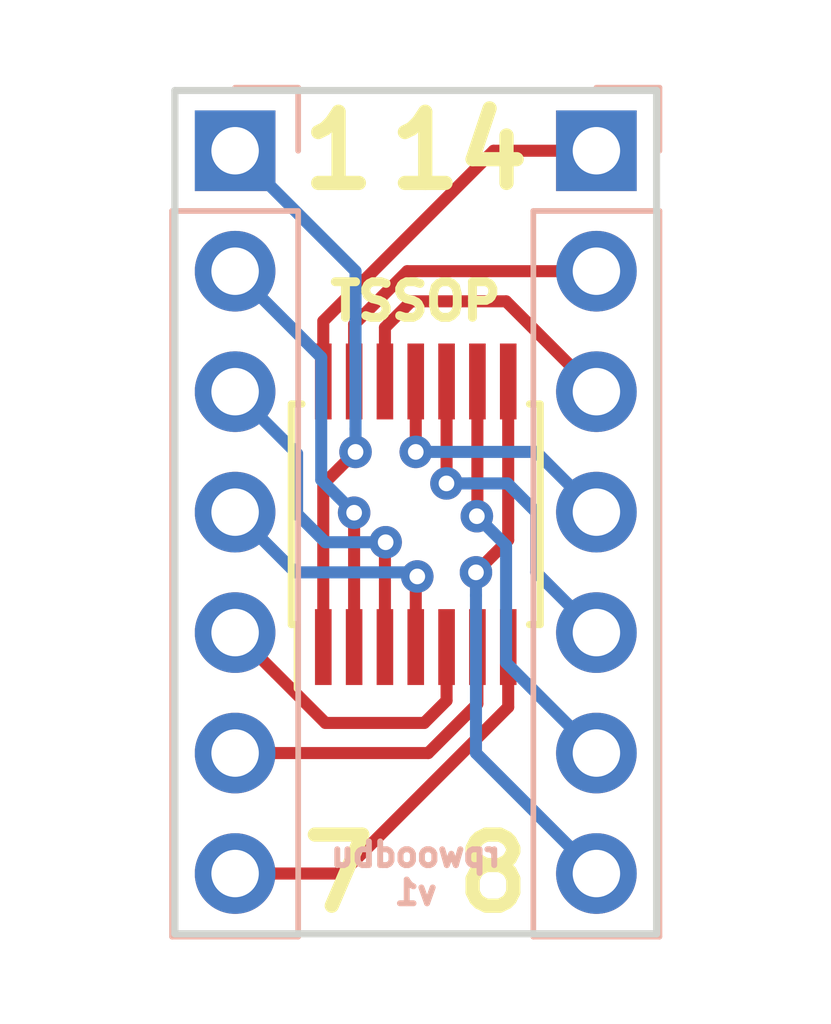
<source format=kicad_pcb>
(kicad_pcb (version 4) (host pcbnew 4.0.6-e0-6349~53~ubuntu14.04.1)

  (general
    (links 14)
    (no_connects 0)
    (area 148.514999 100.254999 158.825001 118.185001)
    (thickness 1.6)
    (drawings 9)
    (tracks 75)
    (zones 0)
    (modules 3)
    (nets 15)
  )

  (page A4)
  (layers
    (0 F.Cu signal)
    (31 B.Cu signal)
    (32 B.Adhes user)
    (33 F.Adhes user)
    (34 B.Paste user)
    (35 F.Paste user)
    (36 B.SilkS user)
    (37 F.SilkS user)
    (38 B.Mask user)
    (39 F.Mask user)
    (40 Dwgs.User user)
    (41 Cmts.User user)
    (42 Eco1.User user)
    (43 Eco2.User user)
    (44 Edge.Cuts user)
    (45 Margin user)
    (46 B.CrtYd user)
    (47 F.CrtYd user)
    (48 B.Fab user)
    (49 F.Fab user)
  )

  (setup
    (last_trace_width 0.254)
    (trace_clearance 0.1524)
    (zone_clearance 0.508)
    (zone_45_only no)
    (trace_min 0.1524)
    (segment_width 0.2)
    (edge_width 0.15)
    (via_size 0.6858)
    (via_drill 0.3302)
    (via_min_size 0.6858)
    (via_min_drill 0.3302)
    (uvia_size 0.762)
    (uvia_drill 0.508)
    (uvias_allowed no)
    (uvia_min_size 0)
    (uvia_min_drill 0)
    (pcb_text_width 0.3)
    (pcb_text_size 1.5 1.5)
    (mod_edge_width 0.15)
    (mod_text_size 1 1)
    (mod_text_width 0.15)
    (pad_size 1.524 1.524)
    (pad_drill 0.762)
    (pad_to_mask_clearance 0.2)
    (aux_axis_origin 0 0)
    (visible_elements FFFFFF7F)
    (pcbplotparams
      (layerselection 0x00030_80000001)
      (usegerberextensions false)
      (excludeedgelayer true)
      (linewidth 0.100000)
      (plotframeref false)
      (viasonmask false)
      (mode 1)
      (useauxorigin false)
      (hpglpennumber 1)
      (hpglpenspeed 20)
      (hpglpendiameter 15)
      (hpglpenoverlay 2)
      (psnegative false)
      (psa4output false)
      (plotreference true)
      (plotvalue true)
      (plotinvisibletext false)
      (padsonsilk false)
      (subtractmaskfromsilk false)
      (outputformat 1)
      (mirror false)
      (drillshape 1)
      (scaleselection 1)
      (outputdirectory ""))
  )

  (net 0 "")
  (net 1 "Net-(J1-Pad1)")
  (net 2 "Net-(J1-Pad2)")
  (net 3 "Net-(J1-Pad3)")
  (net 4 "Net-(J1-Pad4)")
  (net 5 "Net-(J1-Pad5)")
  (net 6 "Net-(J1-Pad6)")
  (net 7 "Net-(J1-Pad7)")
  (net 8 "Net-(J2-Pad1)")
  (net 9 "Net-(J2-Pad2)")
  (net 10 "Net-(J2-Pad3)")
  (net 11 "Net-(J2-Pad4)")
  (net 12 "Net-(J2-Pad5)")
  (net 13 "Net-(J2-Pad6)")
  (net 14 "Net-(J2-Pad7)")

  (net_class Default "This is the default net class."
    (clearance 0.1524)
    (trace_width 0.254)
    (via_dia 0.6858)
    (via_drill 0.3302)
    (uvia_dia 0.762)
    (uvia_drill 0.508)
    (add_net "Net-(J1-Pad1)")
    (add_net "Net-(J1-Pad2)")
    (add_net "Net-(J1-Pad3)")
    (add_net "Net-(J1-Pad4)")
    (add_net "Net-(J1-Pad5)")
    (add_net "Net-(J1-Pad6)")
    (add_net "Net-(J1-Pad7)")
    (add_net "Net-(J2-Pad1)")
    (add_net "Net-(J2-Pad2)")
    (add_net "Net-(J2-Pad3)")
    (add_net "Net-(J2-Pad4)")
    (add_net "Net-(J2-Pad5)")
    (add_net "Net-(J2-Pad6)")
    (add_net "Net-(J2-Pad7)")
  )

  (module Pin_Headers:Pin_Header_Straight_1x07_Pitch2.54mm (layer B.Cu) (tedit 595B3313) (tstamp 595B1799)
    (at 149.86 101.6 180)
    (descr "Through hole straight pin header, 1x07, 2.54mm pitch, single row")
    (tags "Through hole pin header THT 1x07 2.54mm single row")
    (path /595B1679)
    (fp_text reference J1 (at 0 2.33 180) (layer B.SilkS) hide
      (effects (font (size 1 1) (thickness 0.15)) (justify mirror))
    )
    (fp_text value CONN_01X07 (at 0 -17.57 180) (layer B.Fab)
      (effects (font (size 1 1) (thickness 0.15)) (justify mirror))
    )
    (fp_line (start -1.27 1.27) (end -1.27 -16.51) (layer B.Fab) (width 0.1))
    (fp_line (start -1.27 -16.51) (end 1.27 -16.51) (layer B.Fab) (width 0.1))
    (fp_line (start 1.27 -16.51) (end 1.27 1.27) (layer B.Fab) (width 0.1))
    (fp_line (start 1.27 1.27) (end -1.27 1.27) (layer B.Fab) (width 0.1))
    (fp_line (start -1.33 -1.27) (end -1.33 -16.57) (layer B.SilkS) (width 0.12))
    (fp_line (start -1.33 -16.57) (end 1.33 -16.57) (layer B.SilkS) (width 0.12))
    (fp_line (start 1.33 -16.57) (end 1.33 -1.27) (layer B.SilkS) (width 0.12))
    (fp_line (start 1.33 -1.27) (end -1.33 -1.27) (layer B.SilkS) (width 0.12))
    (fp_line (start -1.33 0) (end -1.33 1.33) (layer B.SilkS) (width 0.12))
    (fp_line (start -1.33 1.33) (end 0 1.33) (layer B.SilkS) (width 0.12))
    (fp_line (start -1.8 1.8) (end -1.8 -17.05) (layer B.CrtYd) (width 0.05))
    (fp_line (start -1.8 -17.05) (end 1.8 -17.05) (layer B.CrtYd) (width 0.05))
    (fp_line (start 1.8 -17.05) (end 1.8 1.8) (layer B.CrtYd) (width 0.05))
    (fp_line (start 1.8 1.8) (end -1.8 1.8) (layer B.CrtYd) (width 0.05))
    (fp_text user %R (at 0 2.33 180) (layer B.Fab)
      (effects (font (size 1 1) (thickness 0.15)) (justify mirror))
    )
    (pad 1 thru_hole rect (at 0 0 180) (size 1.7 1.7) (drill 1) (layers *.Cu *.Mask)
      (net 1 "Net-(J1-Pad1)"))
    (pad 2 thru_hole oval (at 0 -2.54 180) (size 1.7 1.7) (drill 1) (layers *.Cu *.Mask)
      (net 2 "Net-(J1-Pad2)"))
    (pad 3 thru_hole oval (at 0 -5.08 180) (size 1.7 1.7) (drill 1) (layers *.Cu *.Mask)
      (net 3 "Net-(J1-Pad3)"))
    (pad 4 thru_hole oval (at 0 -7.62 180) (size 1.7 1.7) (drill 1) (layers *.Cu *.Mask)
      (net 4 "Net-(J1-Pad4)"))
    (pad 5 thru_hole oval (at 0 -10.16 180) (size 1.7 1.7) (drill 1) (layers *.Cu *.Mask)
      (net 5 "Net-(J1-Pad5)"))
    (pad 6 thru_hole oval (at 0 -12.7 180) (size 1.7 1.7) (drill 1) (layers *.Cu *.Mask)
      (net 6 "Net-(J1-Pad6)"))
    (pad 7 thru_hole oval (at 0 -15.24 180) (size 1.7 1.7) (drill 1) (layers *.Cu *.Mask)
      (net 7 "Net-(J1-Pad7)"))
    (model ${KISYS3DMOD}/Pin_Headers.3dshapes/Pin_Header_Straight_1x07_Pitch2.54mm.wrl
      (at (xyz 0 -0.3 0))
      (scale (xyz 1 1 1))
      (rotate (xyz 0 0 90))
    )
  )

  (module Pin_Headers:Pin_Header_Straight_1x07_Pitch2.54mm (layer B.Cu) (tedit 595B3315) (tstamp 595B17B3)
    (at 157.48 101.6 180)
    (descr "Through hole straight pin header, 1x07, 2.54mm pitch, single row")
    (tags "Through hole pin header THT 1x07 2.54mm single row")
    (path /595B1704)
    (fp_text reference J2 (at 0 2.33 180) (layer B.SilkS) hide
      (effects (font (size 1 1) (thickness 0.15)) (justify mirror))
    )
    (fp_text value CONN_01X07 (at 0 -17.57 180) (layer B.Fab)
      (effects (font (size 1 1) (thickness 0.15)) (justify mirror))
    )
    (fp_line (start -1.27 1.27) (end -1.27 -16.51) (layer B.Fab) (width 0.1))
    (fp_line (start -1.27 -16.51) (end 1.27 -16.51) (layer B.Fab) (width 0.1))
    (fp_line (start 1.27 -16.51) (end 1.27 1.27) (layer B.Fab) (width 0.1))
    (fp_line (start 1.27 1.27) (end -1.27 1.27) (layer B.Fab) (width 0.1))
    (fp_line (start -1.33 -1.27) (end -1.33 -16.57) (layer B.SilkS) (width 0.12))
    (fp_line (start -1.33 -16.57) (end 1.33 -16.57) (layer B.SilkS) (width 0.12))
    (fp_line (start 1.33 -16.57) (end 1.33 -1.27) (layer B.SilkS) (width 0.12))
    (fp_line (start 1.33 -1.27) (end -1.33 -1.27) (layer B.SilkS) (width 0.12))
    (fp_line (start -1.33 0) (end -1.33 1.33) (layer B.SilkS) (width 0.12))
    (fp_line (start -1.33 1.33) (end 0 1.33) (layer B.SilkS) (width 0.12))
    (fp_line (start -1.8 1.8) (end -1.8 -17.05) (layer B.CrtYd) (width 0.05))
    (fp_line (start -1.8 -17.05) (end 1.8 -17.05) (layer B.CrtYd) (width 0.05))
    (fp_line (start 1.8 -17.05) (end 1.8 1.8) (layer B.CrtYd) (width 0.05))
    (fp_line (start 1.8 1.8) (end -1.8 1.8) (layer B.CrtYd) (width 0.05))
    (fp_text user %R (at 0 2.33 180) (layer B.Fab)
      (effects (font (size 1 1) (thickness 0.15)) (justify mirror))
    )
    (pad 1 thru_hole rect (at 0 0 180) (size 1.7 1.7) (drill 1) (layers *.Cu *.Mask)
      (net 8 "Net-(J2-Pad1)"))
    (pad 2 thru_hole oval (at 0 -2.54 180) (size 1.7 1.7) (drill 1) (layers *.Cu *.Mask)
      (net 9 "Net-(J2-Pad2)"))
    (pad 3 thru_hole oval (at 0 -5.08 180) (size 1.7 1.7) (drill 1) (layers *.Cu *.Mask)
      (net 10 "Net-(J2-Pad3)"))
    (pad 4 thru_hole oval (at 0 -7.62 180) (size 1.7 1.7) (drill 1) (layers *.Cu *.Mask)
      (net 11 "Net-(J2-Pad4)"))
    (pad 5 thru_hole oval (at 0 -10.16 180) (size 1.7 1.7) (drill 1) (layers *.Cu *.Mask)
      (net 12 "Net-(J2-Pad5)"))
    (pad 6 thru_hole oval (at 0 -12.7 180) (size 1.7 1.7) (drill 1) (layers *.Cu *.Mask)
      (net 13 "Net-(J2-Pad6)"))
    (pad 7 thru_hole oval (at 0 -15.24 180) (size 1.7 1.7) (drill 1) (layers *.Cu *.Mask)
      (net 14 "Net-(J2-Pad7)"))
    (model ${KISYS3DMOD}/Pin_Headers.3dshapes/Pin_Header_Straight_1x07_Pitch2.54mm.wrl
      (at (xyz 0 -0.3 0))
      (scale (xyz 1 1 1))
      (rotate (xyz 0 0 90))
    )
  )

  (module TSSOP:TSSOP-14_4.4x5mm_Pitch0.65mm (layer F.Cu) (tedit 595C342E) (tstamp 595C3408)
    (at 153.67 109.265 90)
    (descr "14-Lead Plastic Thin Shrink Small Outline (ST)-4.4 mm Body [TSSOP]")
    (tags "SSOP 0.65")
    (path /595B161F)
    (attr smd)
    (fp_text reference U1 (at 0 -3.55 90) (layer F.SilkS) hide
      (effects (font (size 1 1) (thickness 0.15)))
    )
    (fp_text value TSSOP (at 4.49 0 180) (layer F.SilkS)
      (effects (font (size 0.75 0.75) (thickness 0.1875)))
    )
    (fp_line (start -1.2 -2.5) (end 2.2 -2.5) (layer F.Fab) (width 0.15))
    (fp_line (start 2.2 -2.5) (end 2.2 2.5) (layer F.Fab) (width 0.15))
    (fp_line (start 2.2 2.5) (end -2.2 2.5) (layer F.Fab) (width 0.15))
    (fp_line (start -2.2 2.5) (end -2.2 -1.5) (layer F.Fab) (width 0.15))
    (fp_line (start -2.2 -1.5) (end -1.2 -2.5) (layer F.Fab) (width 0.15))
    (fp_line (start -3.95 -2.8) (end -3.95 2.8) (layer F.CrtYd) (width 0.05))
    (fp_line (start 3.95 -2.8) (end 3.95 2.8) (layer F.CrtYd) (width 0.05))
    (fp_line (start -3.95 -2.8) (end 3.95 -2.8) (layer F.CrtYd) (width 0.05))
    (fp_line (start -3.95 2.8) (end 3.95 2.8) (layer F.CrtYd) (width 0.05))
    (fp_line (start -2.325 -2.625) (end -2.325 -2.5) (layer F.SilkS) (width 0.15))
    (fp_line (start 2.325 -2.625) (end 2.325 -2.4) (layer F.SilkS) (width 0.15))
    (fp_line (start 2.325 2.625) (end 2.325 2.4) (layer F.SilkS) (width 0.15))
    (fp_line (start -2.325 2.625) (end -2.325 2.4) (layer F.SilkS) (width 0.15))
    (fp_line (start -2.325 -2.625) (end 2.325 -2.625) (layer F.SilkS) (width 0.15))
    (fp_line (start -2.325 2.625) (end 2.325 2.625) (layer F.SilkS) (width 0.15))
    (fp_line (start -2.325 -2.5) (end -3.675 -2.5) (layer F.SilkS) (width 0.15))
    (fp_text user %R (at 0 0 90) (layer F.Fab)
      (effects (font (size 0.8 0.8) (thickness 0.15)))
    )
    (pad 1 smd rect (at -2.8 -1.95 90) (size 1.6 0.35) (layers F.Cu F.Paste F.Mask)
      (net 1 "Net-(J1-Pad1)"))
    (pad 2 smd rect (at -2.8 -1.3 90) (size 1.6 0.35) (layers F.Cu F.Paste F.Mask)
      (net 2 "Net-(J1-Pad2)"))
    (pad 3 smd rect (at -2.8 -0.65 90) (size 1.6 0.35) (layers F.Cu F.Paste F.Mask)
      (net 3 "Net-(J1-Pad3)"))
    (pad 4 smd rect (at -2.8 0 90) (size 1.6 0.35) (layers F.Cu F.Paste F.Mask)
      (net 4 "Net-(J1-Pad4)"))
    (pad 5 smd rect (at -2.8 0.65 90) (size 1.6 0.35) (layers F.Cu F.Paste F.Mask)
      (net 5 "Net-(J1-Pad5)"))
    (pad 6 smd rect (at -2.8 1.3 90) (size 1.6 0.35) (layers F.Cu F.Paste F.Mask)
      (net 6 "Net-(J1-Pad6)"))
    (pad 7 smd rect (at -2.8 1.95 90) (size 1.6 0.35) (layers F.Cu F.Paste F.Mask)
      (net 7 "Net-(J1-Pad7)"))
    (pad 8 smd rect (at 2.8 1.95 90) (size 1.6 0.35) (layers F.Cu F.Paste F.Mask)
      (net 14 "Net-(J2-Pad7)"))
    (pad 9 smd rect (at 2.8 1.3 90) (size 1.6 0.35) (layers F.Cu F.Paste F.Mask)
      (net 13 "Net-(J2-Pad6)"))
    (pad 10 smd rect (at 2.8 0.65 90) (size 1.6 0.35) (layers F.Cu F.Paste F.Mask)
      (net 12 "Net-(J2-Pad5)"))
    (pad 11 smd rect (at 2.8 0 90) (size 1.6 0.35) (layers F.Cu F.Paste F.Mask)
      (net 11 "Net-(J2-Pad4)"))
    (pad 12 smd rect (at 2.8 -0.65 90) (size 1.6 0.35) (layers F.Cu F.Paste F.Mask)
      (net 10 "Net-(J2-Pad3)"))
    (pad 13 smd rect (at 2.8 -1.3 90) (size 1.6 0.35) (layers F.Cu F.Paste F.Mask)
      (net 9 "Net-(J2-Pad2)"))
    (pad 14 smd rect (at 2.8 -1.95 90) (size 1.6 0.35) (layers F.Cu F.Paste F.Mask)
      (net 8 "Net-(J2-Pad1)"))
    (model ${KISYS3DMOD}/Housings_SSOP.3dshapes/TSSOP-14_4.4x5mm_Pitch0.65mm.wrl
      (at (xyz 0 0 0))
      (scale (xyz 1 1 1))
      (rotate (xyz 0 0 0))
    )
  )

  (gr_text 8 (at 156.21 116.84) (layer F.SilkS)
    (effects (font (size 1.5 1.5) (thickness 0.3)) (justify right))
  )
  (gr_text 7 (at 151.13 116.84) (layer F.SilkS)
    (effects (font (size 1.5 1.5) (thickness 0.3)) (justify left))
  )
  (gr_text 14 (at 156.21 101.6) (layer F.SilkS)
    (effects (font (size 1.5 1.5) (thickness 0.3)) (justify right))
  )
  (gr_text 1 (at 151.13 101.6) (layer F.SilkS)
    (effects (font (size 1.5 1.5) (thickness 0.3)) (justify left))
  )
  (gr_text "rpwoodbu\nv1" (at 153.67 116.84) (layer B.SilkS)
    (effects (font (size 0.5 0.5) (thickness 0.125)) (justify mirror))
  )
  (gr_line (start 148.59 118.11) (end 148.59 100.33) (layer Edge.Cuts) (width 0.15))
  (gr_line (start 158.75 118.11) (end 148.59 118.11) (layer Edge.Cuts) (width 0.15))
  (gr_line (start 158.75 100.33) (end 158.75 118.11) (layer Edge.Cuts) (width 0.15))
  (gr_line (start 148.59 100.33) (end 158.75 100.33) (layer Edge.Cuts) (width 0.15))

  (segment (start 149.86 101.6) (end 152.4 104.14) (width 0.254) (layer B.Cu) (net 1))
  (segment (start 152.4 104.14) (end 152.4 107.465067) (width 0.254) (layer B.Cu) (net 1))
  (segment (start 152.4 107.465067) (end 152.4 107.95) (width 0.254) (layer B.Cu) (net 1))
  (segment (start 151.72 112.215) (end 151.72 108.63) (width 0.254) (layer F.Cu) (net 1))
  (segment (start 151.72 108.63) (end 152.057101 108.292899) (width 0.254) (layer F.Cu) (net 1))
  (segment (start 152.057101 108.292899) (end 152.4 107.95) (width 0.254) (layer F.Cu) (net 1))
  (via (at 152.4 107.95) (size 0.6858) (drill 0.3302) (layers F.Cu B.Cu) (net 1))
  (segment (start 152.027551 108.889791) (end 152.37045 109.23269) (width 0.254) (layer B.Cu) (net 2))
  (segment (start 151.676098 108.538338) (end 152.027551 108.889791) (width 0.254) (layer B.Cu) (net 2))
  (segment (start 149.86 104.14) (end 151.676098 105.956098) (width 0.254) (layer B.Cu) (net 2))
  (segment (start 152.37 112.215) (end 152.37 109.23314) (width 0.254) (layer F.Cu) (net 2))
  (segment (start 151.676098 105.956098) (end 151.676098 108.538338) (width 0.254) (layer B.Cu) (net 2))
  (via (at 152.37045 109.23269) (size 0.6858) (drill 0.3302) (layers F.Cu B.Cu) (net 2))
  (segment (start 152.37 109.23314) (end 152.37045 109.23269) (width 0.254) (layer F.Cu) (net 2))
  (segment (start 151.168087 107.988087) (end 151.168087 109.258087) (width 0.254) (layer B.Cu) (net 3))
  (segment (start 149.86 106.68) (end 151.168087 107.988087) (width 0.254) (layer B.Cu) (net 3))
  (segment (start 151.168087 109.258087) (end 151.765 109.855) (width 0.254) (layer B.Cu) (net 3))
  (segment (start 151.765 109.855) (end 153.035 109.855) (width 0.254) (layer B.Cu) (net 3))
  (segment (start 153.02 109.87) (end 153.035 109.855) (width 0.254) (layer F.Cu) (net 3))
  (segment (start 153.02 112.215) (end 153.02 109.87) (width 0.254) (layer F.Cu) (net 3))
  (via (at 153.035 109.855) (size 0.6858) (drill 0.3302) (layers F.Cu B.Cu) (net 3))
  (segment (start 149.86 106.68) (end 149.86 107.315) (width 0.254) (layer B.Cu) (net 3) (status 30))
  (segment (start 153.616197 110.49) (end 153.702337 110.57614) (width 0.254) (layer B.Cu) (net 4))
  (segment (start 149.86 109.22) (end 151.13 110.49) (width 0.254) (layer B.Cu) (net 4))
  (segment (start 151.13 110.49) (end 153.616197 110.49) (width 0.254) (layer B.Cu) (net 4))
  (segment (start 153.67 112.215) (end 153.67 110.608477) (width 0.254) (layer F.Cu) (net 4))
  (segment (start 153.67 110.608477) (end 153.702337 110.57614) (width 0.254) (layer F.Cu) (net 4))
  (via (at 153.702337 110.57614) (size 0.6858) (drill 0.3302) (layers F.Cu B.Cu) (net 4))
  (segment (start 154.32 112.215) (end 154.32 113.194) (width 0.254) (layer F.Cu) (net 5))
  (segment (start 154.32 113.194) (end 153.849 113.665) (width 0.254) (layer F.Cu) (net 5))
  (segment (start 153.849 113.665) (end 151.765 113.665) (width 0.254) (layer F.Cu) (net 5))
  (segment (start 151.765 113.665) (end 150.709999 112.609999) (width 0.254) (layer F.Cu) (net 5))
  (segment (start 150.709999 112.609999) (end 149.86 111.76) (width 0.254) (layer F.Cu) (net 5))
  (segment (start 154.97 112.215) (end 154.97 113.262434) (width 0.254) (layer F.Cu) (net 6) (status 10))
  (segment (start 153.932434 114.3) (end 149.86 114.3) (width 0.254) (layer F.Cu) (net 6) (status 20))
  (segment (start 154.97 113.262434) (end 153.932434 114.3) (width 0.254) (layer F.Cu) (net 6))
  (segment (start 152.11087 116.84) (end 149.86 116.84) (width 0.254) (layer F.Cu) (net 7) (status 20))
  (segment (start 155.62 113.33087) (end 152.11087 116.84) (width 0.254) (layer F.Cu) (net 7))
  (segment (start 155.62 112.215) (end 155.62 113.33087) (width 0.254) (layer F.Cu) (net 7) (status 10))
  (segment (start 155.312326 101.6) (end 157.48 101.6) (width 0.254) (layer F.Cu) (net 8) (status 20))
  (segment (start 151.72 105.192326) (end 155.312326 101.6) (width 0.254) (layer F.Cu) (net 8))
  (segment (start 151.72 106.315) (end 151.72 105.192326) (width 0.254) (layer F.Cu) (net 8) (status 10))
  (segment (start 153.490762 104.14) (end 157.48 104.14) (width 0.254) (layer F.Cu) (net 9) (status 20))
  (segment (start 152.37 105.260762) (end 153.490762 104.14) (width 0.254) (layer F.Cu) (net 9))
  (segment (start 152.37 106.315) (end 152.37 105.260762) (width 0.254) (layer F.Cu) (net 9) (status 10))
  (segment (start 153.02 106.315) (end 153.02 105.329198) (width 0.254) (layer F.Cu) (net 10))
  (segment (start 153.574198 104.775) (end 155.575 104.775) (width 0.254) (layer F.Cu) (net 10))
  (segment (start 153.02 105.329198) (end 153.574198 104.775) (width 0.254) (layer F.Cu) (net 10))
  (segment (start 155.575 104.775) (end 157.48 106.68) (width 0.254) (layer F.Cu) (net 10))
  (segment (start 153.67 107.95) (end 156.21 107.95) (width 0.254) (layer B.Cu) (net 11))
  (segment (start 156.21 107.95) (end 157.48 109.22) (width 0.254) (layer B.Cu) (net 11))
  (segment (start 153.67 106.315) (end 153.67 107.95) (width 0.254) (layer F.Cu) (net 11))
  (via (at 153.67 107.95) (size 0.6858) (drill 0.3302) (layers F.Cu B.Cu) (net 11))
  (segment (start 157.48 111.76) (end 156.21 110.49) (width 0.254) (layer B.Cu) (net 12))
  (segment (start 156.21 110.49) (end 156.21 109.22) (width 0.254) (layer B.Cu) (net 12))
  (segment (start 156.21 109.22) (end 155.604543 108.614543) (width 0.254) (layer B.Cu) (net 12))
  (segment (start 155.604543 108.614543) (end 154.802623 108.614543) (width 0.254) (layer B.Cu) (net 12))
  (segment (start 154.802623 108.614543) (end 154.31769 108.614543) (width 0.254) (layer B.Cu) (net 12))
  (segment (start 154.32 108.612233) (end 154.31769 108.614543) (width 0.254) (layer F.Cu) (net 12))
  (segment (start 154.32 106.315) (end 154.32 108.612233) (width 0.254) (layer F.Cu) (net 12))
  (via (at 154.31769 108.614543) (size 0.6858) (drill 0.3302) (layers F.Cu B.Cu) (net 12))
  (segment (start 157.48 114.3) (end 155.575 112.395) (width 0.254) (layer B.Cu) (net 13))
  (segment (start 155.575 112.395) (end 155.575 109.922051) (width 0.254) (layer B.Cu) (net 13))
  (segment (start 155.575 109.922051) (end 155.301513 109.648564) (width 0.254) (layer B.Cu) (net 13))
  (segment (start 155.301513 109.648564) (end 154.958614 109.305665) (width 0.254) (layer B.Cu) (net 13))
  (segment (start 154.97 106.315) (end 154.97 109.294279) (width 0.254) (layer F.Cu) (net 13))
  (via (at 154.958614 109.305665) (size 0.6858) (drill 0.3302) (layers F.Cu B.Cu) (net 13))
  (segment (start 154.97 109.294279) (end 154.958614 109.305665) (width 0.254) (layer F.Cu) (net 13))
  (segment (start 155.62 106.315) (end 155.62 109.809992) (width 0.254) (layer F.Cu) (net 14))
  (segment (start 155.62 109.809992) (end 155.282899 110.147093) (width 0.254) (layer F.Cu) (net 14))
  (segment (start 155.282899 110.147093) (end 154.94 110.489992) (width 0.254) (layer F.Cu) (net 14))
  (segment (start 154.94 110.974925) (end 154.94 110.489992) (width 0.254) (layer B.Cu) (net 14))
  (segment (start 157.48 116.84) (end 154.94 114.3) (width 0.254) (layer B.Cu) (net 14))
  (segment (start 154.94 114.3) (end 154.94 110.974925) (width 0.254) (layer B.Cu) (net 14))
  (via (at 154.94 110.489992) (size 0.6858) (drill 0.3302) (layers F.Cu B.Cu) (net 14))

)

</source>
